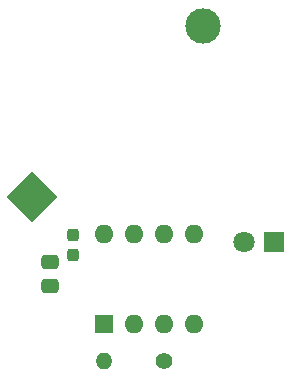
<source format=gbr>
%TF.GenerationSoftware,KiCad,Pcbnew,7.0.8*%
%TF.CreationDate,2024-02-12T20:34:51+01:00*%
%TF.ProjectId,tiny-plant-sensor,74696e79-2d70-46c6-916e-742d73656e73,rev?*%
%TF.SameCoordinates,Original*%
%TF.FileFunction,Soldermask,Top*%
%TF.FilePolarity,Negative*%
%FSLAX46Y46*%
G04 Gerber Fmt 4.6, Leading zero omitted, Abs format (unit mm)*
G04 Created by KiCad (PCBNEW 7.0.8) date 2024-02-12 20:34:51*
%MOMM*%
%LPD*%
G01*
G04 APERTURE LIST*
G04 Aperture macros list*
%AMRoundRect*
0 Rectangle with rounded corners*
0 $1 Rounding radius*
0 $2 $3 $4 $5 $6 $7 $8 $9 X,Y pos of 4 corners*
0 Add a 4 corners polygon primitive as box body*
4,1,4,$2,$3,$4,$5,$6,$7,$8,$9,$2,$3,0*
0 Add four circle primitives for the rounded corners*
1,1,$1+$1,$2,$3*
1,1,$1+$1,$4,$5*
1,1,$1+$1,$6,$7*
1,1,$1+$1,$8,$9*
0 Add four rect primitives between the rounded corners*
20,1,$1+$1,$2,$3,$4,$5,0*
20,1,$1+$1,$4,$5,$6,$7,0*
20,1,$1+$1,$6,$7,$8,$9,0*
20,1,$1+$1,$8,$9,$2,$3,0*%
%AMRotRect*
0 Rectangle, with rotation*
0 The origin of the aperture is its center*
0 $1 length*
0 $2 width*
0 $3 Rotation angle, in degrees counterclockwise*
0 Add horizontal line*
21,1,$1,$2,0,0,$3*%
G04 Aperture macros list end*
%ADD10R,1.800000X1.800000*%
%ADD11C,1.800000*%
%ADD12R,1.600000X1.600000*%
%ADD13O,1.600000X1.600000*%
%ADD14C,1.400000*%
%ADD15O,1.400000X1.400000*%
%ADD16RotRect,3.000000X3.000000X45.000000*%
%ADD17C,3.000000*%
%ADD18RoundRect,0.237500X-0.237500X0.300000X-0.237500X-0.300000X0.237500X-0.300000X0.237500X0.300000X0*%
%ADD19RoundRect,0.250000X-0.475000X0.337500X-0.475000X-0.337500X0.475000X-0.337500X0.475000X0.337500X0*%
G04 APERTURE END LIST*
D10*
%TO.C,D101*%
X111275000Y-61000000D03*
D11*
X108735000Y-61000000D03*
%TD*%
D12*
%TO.C,U101*%
X96877338Y-67940937D03*
D13*
X99417338Y-67940937D03*
X101957338Y-67940937D03*
X104497338Y-67940937D03*
X104497338Y-60320937D03*
X101957338Y-60320937D03*
X99417338Y-60320937D03*
X96877338Y-60320937D03*
%TD*%
D14*
%TO.C,R101*%
X101948413Y-71073331D03*
D15*
X96868413Y-71073331D03*
%TD*%
D16*
%TO.C,BT101*%
X90764609Y-57235390D03*
D17*
X105253227Y-42746772D03*
%TD*%
D18*
%TO.C,C102*%
X94250000Y-60387500D03*
X94250000Y-62112500D03*
%TD*%
D19*
%TO.C,C101*%
X92273950Y-62712500D03*
X92273950Y-64787500D03*
%TD*%
M02*

</source>
